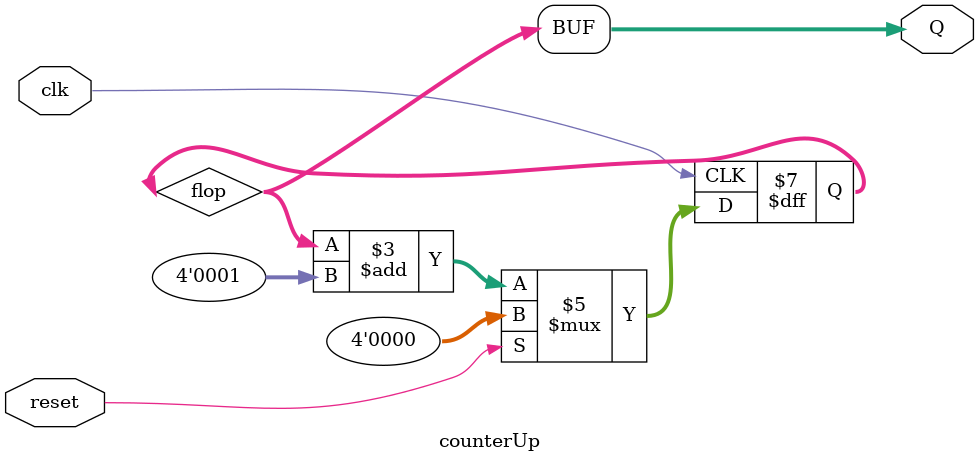
<source format=v>
module counterUp(reset, clk, Q);

    input reset, clk;
    reg [3:0] flop;
    output [3:0] Q;

    always @(posedge clk) begin
      if (reset == 1'b1) begin
        flop = 4'b0000;
      end
      else begin
        flop = flop + 4'b0001;
      end
    end 

    assign  Q = flop;

endmodule
</source>
